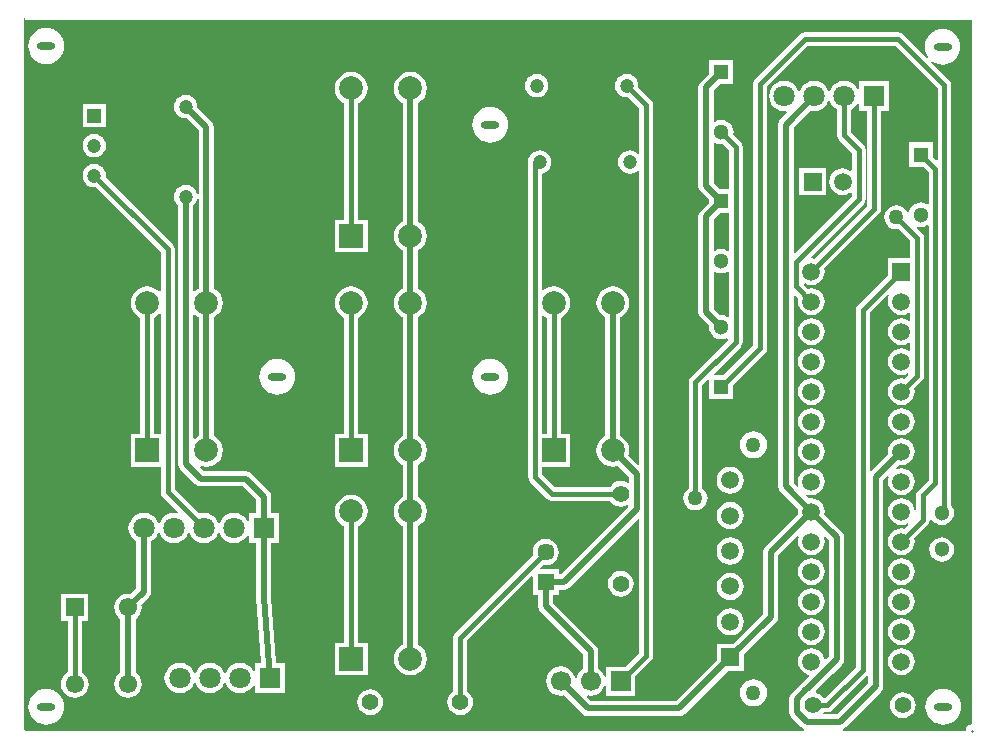
<source format=gbr>
%TF.GenerationSoftware,Altium Limited,Altium Designer,20.2.7 (254)*%
G04 Layer_Physical_Order=1*
G04 Layer_Color=255*
%FSLAX26Y26*%
%MOIN*%
%TF.SameCoordinates,9B8E3E2B-FE8D-437B-BC4F-748A5F5A7EBC*%
%TF.FilePolarity,Positive*%
%TF.FileFunction,Copper,L1,Top,Signal*%
%TF.Part,Single*%
G01*
G75*
%TA.AperFunction,Conductor*%
%ADD10C,0.015000*%
%ADD11C,0.020000*%
%TA.AperFunction,NonConductor*%
%ADD12C,0.010000*%
%TA.AperFunction,ComponentPad*%
%ADD13C,0.070866*%
%ADD14R,0.070866X0.070866*%
%ADD15R,0.078740X0.078740*%
%ADD16C,0.078740*%
%ADD17C,0.047244*%
%ADD18R,0.057087X0.057087*%
%ADD19C,0.057087*%
%ADD20C,0.059843*%
%ADD21C,0.050000*%
%ADD22R,0.059843X0.059843*%
%ADD23C,0.051181*%
%ADD24R,0.051181X0.051181*%
%TA.AperFunction,ViaPad*%
%ADD25O,0.061024X0.023622*%
%TA.AperFunction,ComponentPad*%
%ADD26R,0.059055X0.059055*%
%ADD27C,0.059055*%
%ADD28C,0.051181*%
%ADD29C,0.055118*%
%ADD30R,0.047244X0.047244*%
%ADD31C,0.061024*%
%ADD32R,0.061024X0.061024*%
%ADD33R,0.066929X0.066929*%
%ADD34C,0.066929*%
%TA.AperFunction,ViaPad*%
%ADD35C,0.050000*%
G36*
X-5000Y2370000D02*
X3150000D01*
Y20786D01*
X3142196Y19234D01*
X3135581Y14813D01*
X3135187Y14419D01*
X3130766Y7804D01*
X3129293Y394D01*
X2720817D01*
X2720324Y5394D01*
X2721423Y5612D01*
X2729692Y11138D01*
X2848024Y129470D01*
X2853550Y137739D01*
X2855490Y147494D01*
Y834442D01*
X2868706Y847658D01*
X2872945Y844826D01*
X2871619Y841624D01*
X2870088Y830000D01*
X2871619Y818376D01*
X2876105Y807544D01*
X2883243Y798243D01*
X2892544Y791105D01*
X2903376Y786619D01*
X2915000Y785088D01*
X2926624Y786619D01*
X2937456Y791105D01*
X2946757Y798243D01*
X2953895Y807544D01*
X2958381Y818376D01*
X2959912Y830000D01*
X2958381Y841624D01*
X2953895Y852456D01*
X2946757Y861757D01*
X2937456Y868895D01*
X2926624Y873381D01*
X2915000Y874912D01*
X2903376Y873381D01*
X2900174Y872055D01*
X2897342Y876294D01*
X2907168Y886120D01*
X2915000Y885088D01*
X2926624Y886619D01*
X2937456Y891105D01*
X2946757Y898243D01*
X2953895Y907544D01*
X2958381Y918376D01*
X2959912Y930000D01*
X2958381Y941624D01*
X2953895Y952456D01*
X2946757Y961757D01*
X2937456Y968895D01*
X2926624Y973381D01*
X2915000Y974912D01*
X2903376Y973381D01*
X2892544Y968895D01*
X2883243Y961757D01*
X2876105Y952456D01*
X2871619Y941624D01*
X2870088Y930000D01*
X2871119Y922168D01*
X2814941Y865989D01*
X2809941Y868060D01*
Y1392498D01*
X2871255Y1453812D01*
X2875494Y1450979D01*
X2871619Y1441624D01*
X2870088Y1430000D01*
X2871619Y1418376D01*
X2876105Y1407544D01*
X2883243Y1398243D01*
X2892544Y1391105D01*
X2903376Y1386619D01*
X2915000Y1385088D01*
X2926624Y1386619D01*
X2937456Y1391105D01*
X2940575Y1393499D01*
X2945059Y1391287D01*
Y1368713D01*
X2940575Y1366501D01*
X2937456Y1368895D01*
X2926624Y1373381D01*
X2915000Y1374912D01*
X2903376Y1373381D01*
X2892544Y1368895D01*
X2883243Y1361757D01*
X2876105Y1352456D01*
X2871619Y1341624D01*
X2870088Y1330000D01*
X2871619Y1318376D01*
X2876105Y1307544D01*
X2883243Y1298243D01*
X2892544Y1291105D01*
X2903376Y1286619D01*
X2915000Y1285088D01*
X2926624Y1286619D01*
X2937456Y1291105D01*
X2940575Y1293499D01*
X2945059Y1291287D01*
Y1268713D01*
X2940575Y1266501D01*
X2937456Y1268895D01*
X2926624Y1273381D01*
X2915000Y1274912D01*
X2903376Y1273381D01*
X2892544Y1268895D01*
X2883243Y1261757D01*
X2876105Y1252456D01*
X2871619Y1241624D01*
X2870088Y1230000D01*
X2871619Y1218376D01*
X2876105Y1207544D01*
X2883243Y1198243D01*
X2892544Y1191105D01*
X2903376Y1186619D01*
X2915000Y1185088D01*
X2926624Y1186619D01*
X2935979Y1190494D01*
X2938812Y1186255D01*
X2926018Y1173461D01*
X2915000Y1174912D01*
X2903376Y1173381D01*
X2892544Y1168895D01*
X2883243Y1161757D01*
X2876105Y1152456D01*
X2871619Y1141624D01*
X2870088Y1130000D01*
X2871619Y1118376D01*
X2876105Y1107544D01*
X2883243Y1098243D01*
X2892544Y1091105D01*
X2903376Y1086619D01*
X2915000Y1085088D01*
X2926624Y1086619D01*
X2937456Y1091105D01*
X2946757Y1098243D01*
X2953895Y1107544D01*
X2958381Y1118376D01*
X2959912Y1130000D01*
X2958461Y1141018D01*
X2984222Y1166778D01*
X2989195Y1174221D01*
X2990941Y1183000D01*
Y1642000D01*
X2989195Y1650779D01*
X2984222Y1658222D01*
X2965985Y1676458D01*
X2968817Y1680697D01*
X2969404Y1680454D01*
X2980000Y1679059D01*
X2990596Y1680454D01*
X3000470Y1684544D01*
X3001575Y1685392D01*
X3006059Y1683180D01*
Y835502D01*
X2970778Y800222D01*
X2965805Y792779D01*
X2964059Y784000D01*
Y736803D01*
X2959059Y736476D01*
X2958381Y741624D01*
X2953895Y752456D01*
X2946757Y761757D01*
X2937456Y768895D01*
X2926624Y773381D01*
X2915000Y774912D01*
X2903376Y773381D01*
X2892544Y768895D01*
X2883243Y761757D01*
X2876105Y752456D01*
X2871619Y741624D01*
X2870088Y730000D01*
X2871619Y718376D01*
X2876105Y707544D01*
X2883243Y698243D01*
X2892544Y691105D01*
X2903376Y686619D01*
X2915000Y685088D01*
X2926624Y686619D01*
X2935979Y690494D01*
X2938812Y686255D01*
X2926018Y673461D01*
X2915000Y674912D01*
X2903376Y673381D01*
X2892544Y668895D01*
X2883243Y661757D01*
X2876105Y652456D01*
X2871619Y641624D01*
X2870088Y630000D01*
X2871619Y618376D01*
X2876105Y607544D01*
X2883243Y598243D01*
X2892544Y591105D01*
X2903376Y586619D01*
X2915000Y585088D01*
X2926624Y586619D01*
X2937456Y591105D01*
X2946757Y598243D01*
X2953895Y607544D01*
X2958381Y618376D01*
X2959912Y630000D01*
X2958461Y641018D01*
X3003222Y685778D01*
X3008195Y693221D01*
X3009941Y702000D01*
Y703624D01*
X3013184Y704984D01*
X3014941Y705037D01*
X3021050Y697074D01*
X3029530Y690568D01*
X3039404Y686478D01*
X3050000Y685083D01*
X3060596Y686478D01*
X3070470Y690568D01*
X3078950Y697074D01*
X3085456Y705554D01*
X3089546Y715428D01*
X3090941Y726024D01*
X3089546Y736620D01*
X3085456Y746494D01*
X3081941Y751075D01*
Y2151000D01*
X3080195Y2159779D01*
X3075222Y2167222D01*
X3013310Y2229134D01*
X3016671Y2232843D01*
X3019652Y2230397D01*
X3029966Y2224884D01*
X3041157Y2221489D01*
X3052796Y2220343D01*
X3064435Y2221489D01*
X3075626Y2224884D01*
X3085940Y2230397D01*
X3094980Y2237816D01*
X3102399Y2246856D01*
X3107912Y2257170D01*
X3111307Y2268361D01*
X3112453Y2280000D01*
X3111307Y2291639D01*
X3107912Y2302830D01*
X3102399Y2313144D01*
X3094980Y2322184D01*
X3085940Y2329603D01*
X3075626Y2335116D01*
X3064435Y2338511D01*
X3052796Y2339657D01*
X3041157Y2338511D01*
X3029966Y2335116D01*
X3019652Y2329603D01*
X3010612Y2322184D01*
X3003193Y2313144D01*
X2997680Y2302830D01*
X2994285Y2291639D01*
X2993139Y2280000D01*
X2994285Y2268361D01*
X2997680Y2257170D01*
X3003193Y2246856D01*
X3005639Y2243875D01*
X3001930Y2240514D01*
X2921222Y2321222D01*
X2913779Y2326195D01*
X2905000Y2327941D01*
X2593000D01*
X2584221Y2326195D01*
X2576778Y2321222D01*
X2428778Y2173222D01*
X2423805Y2165779D01*
X2422059Y2157000D01*
Y1284502D01*
X2323147Y1185591D01*
X2292567D01*
X2290653Y1190210D01*
X2380222Y1279778D01*
X2385195Y1287221D01*
X2386941Y1296000D01*
Y1946000D01*
X2385195Y1954779D01*
X2380222Y1962222D01*
X2354952Y1987491D01*
X2355941Y1995000D01*
X2354546Y2005596D01*
X2350456Y2015470D01*
X2343950Y2023949D01*
X2335470Y2030456D01*
X2325596Y2034546D01*
X2315000Y2035941D01*
X2304404Y2034546D01*
X2294530Y2030456D01*
X2293974Y2030030D01*
X2289490Y2032241D01*
Y2133442D01*
X2310457Y2154410D01*
X2355590D01*
Y2235590D01*
X2274410D01*
Y2190457D01*
X2245976Y2162024D01*
X2240450Y2153755D01*
X2238510Y2144000D01*
Y1816000D01*
X2240450Y1806245D01*
X2245976Y1797976D01*
X2274410Y1769543D01*
Y1760457D01*
X2245976Y1732024D01*
X2240450Y1723755D01*
X2238510Y1714000D01*
Y1396000D01*
X2240450Y1386245D01*
X2245976Y1377976D01*
X2274628Y1349324D01*
X2274059Y1345000D01*
X2275454Y1334404D01*
X2279544Y1324530D01*
X2286050Y1316051D01*
X2294530Y1309544D01*
X2304404Y1305454D01*
X2315000Y1304059D01*
X2325596Y1305454D01*
X2333548Y1308748D01*
X2338150Y1306740D01*
X2338945Y1305908D01*
X2339228Y1303671D01*
X2212778Y1177222D01*
X2207805Y1169779D01*
X2206059Y1161000D01*
Y807816D01*
X2200472Y803528D01*
X2194060Y795173D01*
X2190030Y785442D01*
X2188655Y775000D01*
X2190030Y764558D01*
X2194060Y754827D01*
X2200472Y746472D01*
X2208827Y740060D01*
X2218558Y736029D01*
X2229000Y734655D01*
X2239442Y736029D01*
X2249173Y740060D01*
X2257528Y746472D01*
X2263940Y754827D01*
X2267970Y764558D01*
X2269345Y775000D01*
X2267970Y785442D01*
X2263940Y795173D01*
X2257528Y803528D01*
X2251941Y807816D01*
Y1151498D01*
X2269790Y1169347D01*
X2274410Y1167433D01*
Y1104409D01*
X2355590D01*
Y1153147D01*
X2461222Y1258778D01*
X2466195Y1266221D01*
X2467941Y1275000D01*
Y2147498D01*
X2602502Y2282059D01*
X2895498D01*
X3036059Y2141498D01*
Y1902917D01*
X3031440Y1901003D01*
X3020590Y1911853D01*
Y1960591D01*
X2939410D01*
Y1879409D01*
X2988147D01*
X3006059Y1861498D01*
Y1756820D01*
X3001575Y1754608D01*
X3000470Y1755456D01*
X2990596Y1759546D01*
X2980000Y1760941D01*
X2969404Y1759546D01*
X2959530Y1755456D01*
X2951050Y1748949D01*
X2944544Y1740470D01*
X2940454Y1730596D01*
X2940246Y1729014D01*
X2935114Y1728339D01*
X2933940Y1731173D01*
X2927528Y1739528D01*
X2919173Y1745940D01*
X2909442Y1749970D01*
X2899000Y1751345D01*
X2888558Y1749970D01*
X2878827Y1745940D01*
X2870472Y1739528D01*
X2864060Y1731173D01*
X2860030Y1721442D01*
X2858655Y1711000D01*
X2860030Y1700558D01*
X2864060Y1690827D01*
X2870472Y1682472D01*
X2878827Y1676060D01*
X2888558Y1672030D01*
X2899000Y1670655D01*
X2905983Y1671574D01*
X2945059Y1632498D01*
Y1574527D01*
X2870472D01*
Y1517916D01*
X2770778Y1418222D01*
X2765805Y1410779D01*
X2764059Y1402000D01*
Y213204D01*
X2660395Y109540D01*
X2654583Y109841D01*
X2650353Y115353D01*
X2641463Y122175D01*
X2631110Y126463D01*
X2630908Y126490D01*
X2629301Y131225D01*
X2655352Y157276D01*
X2655610Y157448D01*
X2687552Y189390D01*
X2687724Y189648D01*
X2718024Y219948D01*
X2723550Y228218D01*
X2725490Y237972D01*
Y645000D01*
X2723550Y654755D01*
X2718024Y663024D01*
X2658881Y722168D01*
X2659912Y730000D01*
X2658381Y741624D01*
X2653895Y752456D01*
X2646757Y761757D01*
X2637456Y768895D01*
X2626624Y773381D01*
X2615000Y774912D01*
X2607168Y773880D01*
X2597342Y783706D01*
X2600174Y787945D01*
X2603376Y786619D01*
X2615000Y785088D01*
X2626624Y786619D01*
X2637456Y791105D01*
X2646757Y798243D01*
X2653895Y807544D01*
X2658381Y818376D01*
X2659912Y830000D01*
X2658381Y841624D01*
X2653895Y852456D01*
X2646757Y861757D01*
X2637456Y868895D01*
X2626624Y873381D01*
X2615000Y874912D01*
X2603376Y873381D01*
X2592544Y868895D01*
X2583243Y861757D01*
X2576105Y852456D01*
X2571619Y841624D01*
X2570088Y830000D01*
X2571619Y818376D01*
X2572945Y815174D01*
X2568706Y812342D01*
X2555962Y825086D01*
Y1450062D01*
X2560581Y1451976D01*
X2571539Y1441018D01*
X2570088Y1430000D01*
X2571619Y1418376D01*
X2576105Y1407544D01*
X2583243Y1398243D01*
X2592544Y1391105D01*
X2603376Y1386619D01*
X2615000Y1385088D01*
X2626624Y1386619D01*
X2637456Y1391105D01*
X2646757Y1398243D01*
X2653895Y1407544D01*
X2658381Y1418376D01*
X2659912Y1430000D01*
X2658381Y1441624D01*
X2653895Y1452456D01*
X2646757Y1461757D01*
X2637456Y1468895D01*
X2626624Y1473381D01*
X2615000Y1474912D01*
X2603982Y1473461D01*
X2591188Y1486255D01*
X2594021Y1490494D01*
X2603376Y1486619D01*
X2615000Y1485088D01*
X2626624Y1486619D01*
X2637456Y1491105D01*
X2646757Y1498243D01*
X2653895Y1507544D01*
X2658381Y1518376D01*
X2659912Y1530000D01*
X2658461Y1541018D01*
X2841222Y1723778D01*
X2846195Y1731221D01*
X2847941Y1740000D01*
Y2064567D01*
X2875433D01*
Y2165433D01*
X2774567D01*
Y2140188D01*
X2769567Y2139194D01*
X2769053Y2140434D01*
X2760969Y2150969D01*
X2750434Y2159053D01*
X2738166Y2164135D01*
X2725000Y2165868D01*
X2711834Y2164135D01*
X2699566Y2159053D01*
X2689031Y2150969D01*
X2680947Y2140434D01*
X2677706Y2132610D01*
X2672294D01*
X2669053Y2140434D01*
X2660969Y2150969D01*
X2650434Y2159053D01*
X2638166Y2164135D01*
X2625000Y2165868D01*
X2611834Y2164135D01*
X2599566Y2159053D01*
X2589031Y2150969D01*
X2580947Y2140434D01*
X2577706Y2132610D01*
X2572294D01*
X2569053Y2140434D01*
X2560969Y2150969D01*
X2550434Y2159053D01*
X2538166Y2164135D01*
X2525000Y2165868D01*
X2511834Y2164135D01*
X2499566Y2159053D01*
X2489031Y2150969D01*
X2480947Y2140434D01*
X2475865Y2128166D01*
X2474132Y2115000D01*
X2475865Y2101834D01*
X2480947Y2089566D01*
X2489031Y2079031D01*
X2499566Y2070947D01*
X2511834Y2065865D01*
X2525000Y2064132D01*
X2531924Y2065043D01*
X2534260Y2060308D01*
X2512448Y2038496D01*
X2506923Y2030226D01*
X2504982Y2020472D01*
Y814528D01*
X2506923Y804774D01*
X2512448Y796504D01*
X2571119Y737832D01*
X2570088Y730000D01*
X2571119Y722168D01*
X2461976Y613024D01*
X2456450Y604755D01*
X2454510Y595000D01*
Y390008D01*
X2353873Y289371D01*
X2300079D01*
Y235577D01*
X2163992Y99490D01*
X1881558D01*
X1868454Y112594D01*
X1870789Y117330D01*
X1880000Y116117D01*
X1892652Y117783D01*
X1904441Y122666D01*
X1914565Y130435D01*
X1922334Y140559D01*
X1926535Y150703D01*
X1931535Y149708D01*
Y116535D01*
X2028465D01*
Y181021D01*
X2081282Y233838D01*
X2086255Y241281D01*
X2088001Y250060D01*
Y2084940D01*
X2086255Y2093719D01*
X2081282Y2101162D01*
X2038198Y2144245D01*
X2038955Y2150000D01*
X2037628Y2160082D01*
X2033736Y2169478D01*
X2027546Y2177546D01*
X2019478Y2183736D01*
X2010082Y2187628D01*
X2000000Y2188955D01*
X1989918Y2187628D01*
X1980522Y2183736D01*
X1972454Y2177546D01*
X1966264Y2169478D01*
X1962372Y2160082D01*
X1961045Y2150000D01*
X1962372Y2139918D01*
X1966264Y2130522D01*
X1972454Y2122454D01*
X1980522Y2116264D01*
X1989918Y2112372D01*
X2000000Y2111045D01*
X2005755Y2111802D01*
X2042119Y2075438D01*
Y1924098D01*
X2040455Y1923533D01*
X2037119Y1922873D01*
X2029478Y1928736D01*
X2020082Y1932628D01*
X2010000Y1933955D01*
X1999918Y1932628D01*
X1990522Y1928736D01*
X1982454Y1922546D01*
X1976264Y1914478D01*
X1972372Y1905082D01*
X1971045Y1895000D01*
X1972372Y1884918D01*
X1976264Y1875522D01*
X1982454Y1867454D01*
X1990522Y1861264D01*
X1999918Y1857372D01*
X2010000Y1856045D01*
X2020082Y1857372D01*
X2029478Y1861264D01*
X2037119Y1867127D01*
X2040455Y1866467D01*
X2042119Y1865902D01*
Y887824D01*
X2037500Y885910D01*
X2005597Y917813D01*
X2006397Y919742D01*
X2008265Y933936D01*
X2006397Y948130D01*
X2000918Y961356D01*
X1992203Y972713D01*
X1980846Y981428D01*
X1978916Y982228D01*
Y1377770D01*
X1980846Y1378570D01*
X1992203Y1387285D01*
X2000918Y1398642D01*
X2006397Y1411869D01*
X2008265Y1426062D01*
X2006397Y1440255D01*
X2000918Y1453482D01*
X1992203Y1464839D01*
X1980846Y1473554D01*
X1967620Y1479033D01*
X1953426Y1480901D01*
X1939233Y1479033D01*
X1926006Y1473554D01*
X1914649Y1464839D01*
X1905934Y1453482D01*
X1900455Y1440255D01*
X1898587Y1426062D01*
X1900455Y1411869D01*
X1905934Y1398642D01*
X1914649Y1387285D01*
X1926006Y1378570D01*
X1927936Y1377770D01*
Y982228D01*
X1926006Y981428D01*
X1914649Y972713D01*
X1905934Y961356D01*
X1900455Y948130D01*
X1898587Y933936D01*
X1900455Y919742D01*
X1905934Y906516D01*
X1914649Y895159D01*
X1926006Y886444D01*
X1939233Y880965D01*
X1953426Y879097D01*
X1967620Y880965D01*
X1969549Y881765D01*
X2007070Y844244D01*
Y828525D01*
X2002586Y826314D01*
X2001463Y827175D01*
X1991110Y831463D01*
X1980000Y832926D01*
X1968890Y831463D01*
X1958537Y827175D01*
X1949647Y820353D01*
X1943959Y812941D01*
X1759502D01*
X1716941Y855502D01*
Y879566D01*
X1810946D01*
Y988306D01*
X1779517D01*
Y1376715D01*
X1783996Y1378570D01*
X1795353Y1387285D01*
X1804068Y1398642D01*
X1809547Y1411869D01*
X1811415Y1426062D01*
X1809547Y1440255D01*
X1804068Y1453482D01*
X1795353Y1464839D01*
X1783996Y1473554D01*
X1770770Y1479033D01*
X1756576Y1480901D01*
X1742382Y1479033D01*
X1729156Y1473554D01*
X1721941Y1468017D01*
X1716941Y1470483D01*
Y1856958D01*
X1720082Y1857372D01*
X1729478Y1861264D01*
X1737546Y1867454D01*
X1743736Y1875522D01*
X1747628Y1884918D01*
X1748955Y1895000D01*
X1747628Y1905082D01*
X1743736Y1914478D01*
X1737546Y1922546D01*
X1729478Y1928736D01*
X1720082Y1932628D01*
X1710000Y1933955D01*
X1699918Y1932628D01*
X1690522Y1928736D01*
X1682454Y1922546D01*
X1676264Y1914478D01*
X1672372Y1905082D01*
X1671045Y1895000D01*
X1671059Y1894890D01*
Y846000D01*
X1672805Y837221D01*
X1677778Y829778D01*
X1733778Y773778D01*
X1741221Y768805D01*
X1750000Y767059D01*
X1943959D01*
X1949647Y759647D01*
X1958537Y752825D01*
X1968890Y748537D01*
X1980000Y747074D01*
X1991110Y748537D01*
X2000633Y752481D01*
X2003692Y751216D01*
X2005670Y749789D01*
X2005988Y746916D01*
X1779562Y520490D01*
X1773543D01*
Y538543D01*
X1712519D01*
X1710606Y543163D01*
X1719859Y552416D01*
X1730000Y551081D01*
X1741367Y552577D01*
X1751959Y556965D01*
X1761055Y563945D01*
X1768035Y573040D01*
X1772422Y583633D01*
X1773919Y595000D01*
X1772422Y606367D01*
X1768035Y616960D01*
X1761055Y626055D01*
X1751959Y633035D01*
X1741367Y637423D01*
X1730000Y638919D01*
X1718633Y637423D01*
X1708040Y633035D01*
X1698944Y626055D01*
X1691965Y616960D01*
X1687577Y606367D01*
X1686081Y595000D01*
X1687416Y584859D01*
X1428778Y326222D01*
X1423805Y318779D01*
X1422059Y310000D01*
Y131041D01*
X1414647Y125353D01*
X1407825Y116463D01*
X1403536Y106110D01*
X1402074Y95000D01*
X1403536Y83890D01*
X1407825Y73537D01*
X1414647Y64647D01*
X1423537Y57825D01*
X1433890Y53536D01*
X1445000Y52074D01*
X1456110Y53536D01*
X1466463Y57825D01*
X1475353Y64647D01*
X1482175Y73537D01*
X1486464Y83890D01*
X1487926Y95000D01*
X1486464Y106110D01*
X1482175Y116463D01*
X1475353Y125353D01*
X1467941Y131041D01*
Y300498D01*
X1681837Y514394D01*
X1686457Y512480D01*
Y451457D01*
X1704510D01*
Y415000D01*
X1706450Y405245D01*
X1711976Y396976D01*
X1854510Y254442D01*
Y206529D01*
X1845435Y199565D01*
X1837666Y189441D01*
X1832783Y177652D01*
X1832522Y175667D01*
X1827478D01*
X1827217Y177652D01*
X1822334Y189441D01*
X1814565Y199565D01*
X1804441Y207334D01*
X1792652Y212217D01*
X1780000Y213883D01*
X1767348Y212217D01*
X1755559Y207334D01*
X1745435Y199565D01*
X1737666Y189441D01*
X1732783Y177652D01*
X1731117Y165000D01*
X1732783Y152348D01*
X1737666Y140559D01*
X1745435Y130435D01*
X1755559Y122666D01*
X1767348Y117783D01*
X1780000Y116117D01*
X1791342Y117610D01*
X1852976Y55976D01*
X1861245Y50450D01*
X1871000Y48510D01*
X2174550D01*
X2184305Y50450D01*
X2192574Y55976D01*
X2336127Y199529D01*
X2389921D01*
Y253323D01*
X2498024Y361426D01*
X2503550Y369695D01*
X2505490Y379450D01*
Y584442D01*
X2568706Y647658D01*
X2572945Y644826D01*
X2571619Y641624D01*
X2570088Y630000D01*
X2571619Y618376D01*
X2576105Y607544D01*
X2583243Y598243D01*
X2592544Y591105D01*
X2603376Y586619D01*
X2615000Y585088D01*
X2626624Y586619D01*
X2637456Y591105D01*
X2646757Y598243D01*
X2653895Y607544D01*
X2658381Y618376D01*
X2659912Y630000D01*
X2658381Y641624D01*
X2657055Y644826D01*
X2661294Y647658D01*
X2674510Y634442D01*
Y248530D01*
X2663451Y237471D01*
X2658716Y239078D01*
X2658381Y241624D01*
X2653895Y252456D01*
X2646757Y261757D01*
X2637456Y268895D01*
X2626624Y273381D01*
X2615000Y274912D01*
X2603376Y273381D01*
X2592544Y268895D01*
X2583243Y261757D01*
X2576105Y252456D01*
X2571619Y241624D01*
X2570088Y230000D01*
X2571619Y218376D01*
X2576105Y207544D01*
X2583243Y198243D01*
X2592544Y191105D01*
X2603376Y186619D01*
X2605922Y186284D01*
X2607529Y181549D01*
X2584297Y158317D01*
X2580205Y155583D01*
X2549417Y124795D01*
X2543891Y116525D01*
X2543569Y114904D01*
X2543450Y114727D01*
X2541510Y104972D01*
Y62162D01*
X2543450Y52407D01*
X2548976Y44138D01*
X2581976Y11138D01*
X2590245Y5612D01*
X2591344Y5394D01*
X2590851Y394D01*
X-4606D01*
X-5000Y0D01*
X-10000Y5000D01*
Y2375000D01*
X-5000D01*
Y2370000D01*
D02*
G37*
G36*
X2680947Y2089566D02*
X2689031Y2079031D01*
X2699566Y2070947D01*
X2702059Y2069914D01*
Y1984000D01*
X2703805Y1975221D01*
X2708778Y1967778D01*
X2750059Y1926498D01*
Y1868713D01*
X2745575Y1866501D01*
X2742456Y1868895D01*
X2731624Y1873381D01*
X2720000Y1874912D01*
X2708376Y1873381D01*
X2697544Y1868895D01*
X2688243Y1861757D01*
X2681105Y1852456D01*
X2676619Y1841624D01*
X2675088Y1830000D01*
X2676619Y1818376D01*
X2681105Y1807544D01*
X2688243Y1798243D01*
X2697544Y1791105D01*
X2708376Y1786619D01*
X2720000Y1785088D01*
X2731624Y1786619D01*
X2742456Y1791105D01*
X2745575Y1793499D01*
X2750059Y1791287D01*
Y1781502D01*
X2560581Y1592024D01*
X2555962Y1593938D01*
Y2009914D01*
X2611904Y2065856D01*
X2625000Y2064132D01*
X2638166Y2065865D01*
X2650434Y2070947D01*
X2660969Y2079031D01*
X2669053Y2089566D01*
X2672294Y2097390D01*
X2677706D01*
X2680947Y2089566D01*
D02*
G37*
G36*
X2294530Y1959544D02*
X2304404Y1955454D01*
X2315000Y1954059D01*
X2322509Y1955048D01*
X2341059Y1936498D01*
Y1805591D01*
X2310457D01*
X2289490Y1826558D01*
Y1957759D01*
X2293974Y1959970D01*
X2294530Y1959544D01*
D02*
G37*
G36*
X2341059Y1601820D02*
X2336575Y1599608D01*
X2335470Y1600456D01*
X2325596Y1604546D01*
X2315000Y1605941D01*
X2304404Y1604546D01*
X2294530Y1600456D01*
X2293974Y1600030D01*
X2289490Y1602241D01*
Y1703442D01*
X2310457Y1724409D01*
X2341059D01*
Y1601820D01*
D02*
G37*
G36*
X2774567Y2089812D02*
Y2064567D01*
X2802059D01*
Y1749502D01*
X2626018Y1573461D01*
X2615376Y1574862D01*
X2614201Y1576533D01*
X2612805Y1579362D01*
X2789222Y1755778D01*
X2794195Y1763221D01*
X2795941Y1772000D01*
Y1936000D01*
X2794195Y1944779D01*
X2789222Y1952222D01*
X2747941Y1993502D01*
Y2069914D01*
X2750434Y2070947D01*
X2760969Y2079031D01*
X2769053Y2089566D01*
X2769567Y2090806D01*
X2774567Y2089812D01*
D02*
G37*
G36*
X2341059Y1528180D02*
Y1381820D01*
X2336575Y1379608D01*
X2335470Y1380456D01*
X2325596Y1384546D01*
X2315000Y1385941D01*
X2310676Y1385372D01*
X2289490Y1406558D01*
Y1527759D01*
X2293974Y1529970D01*
X2294530Y1529544D01*
X2304404Y1525454D01*
X2315000Y1524059D01*
X2325596Y1525454D01*
X2335470Y1529544D01*
X2336575Y1530392D01*
X2341059Y1528180D01*
D02*
G37*
G36*
X1729156Y1378570D02*
X1733635Y1376715D01*
Y988306D01*
X1716941D01*
Y1381641D01*
X1721941Y1384107D01*
X1729156Y1378570D01*
D02*
G37*
G36*
X2042119Y704418D02*
Y259562D01*
X1996021Y213464D01*
X1931535D01*
Y180292D01*
X1926535Y179297D01*
X1922334Y189441D01*
X1914565Y199565D01*
X1905490Y206529D01*
Y265000D01*
X1903550Y274755D01*
X1898024Y283024D01*
X1755490Y425558D01*
Y451457D01*
X1773543D01*
Y469510D01*
X1790120D01*
X1799874Y471450D01*
X1808144Y476976D01*
X2037500Y706332D01*
X2042119Y704418D01*
D02*
G37*
G36*
X2804510Y181698D02*
Y158052D01*
X2701110Y54652D01*
X2658291D01*
X2655771Y59553D01*
X2657472Y62059D01*
X2668298D01*
X2677077Y63806D01*
X2684520Y68778D01*
X2799510Y183769D01*
X2804510Y181698D01*
D02*
G37*
%LPC*%
G36*
X65000Y2341861D02*
X53361Y2340715D01*
X42170Y2337320D01*
X31856Y2331807D01*
X22816Y2324388D01*
X15397Y2315348D01*
X9884Y2305034D01*
X6489Y2293843D01*
X5343Y2282204D01*
X6489Y2270565D01*
X9884Y2259374D01*
X15397Y2249060D01*
X22816Y2240020D01*
X31856Y2232601D01*
X42170Y2227088D01*
X53361Y2223693D01*
X65000Y2222547D01*
X76639Y2223693D01*
X87830Y2227088D01*
X98144Y2232601D01*
X107184Y2240020D01*
X114603Y2249060D01*
X120116Y2259374D01*
X123511Y2270565D01*
X124657Y2282204D01*
X123511Y2293843D01*
X120116Y2305034D01*
X114603Y2315348D01*
X107184Y2324388D01*
X98144Y2331807D01*
X87830Y2337320D01*
X76639Y2340715D01*
X65000Y2341861D01*
D02*
G37*
G36*
X1700000Y2188955D02*
X1689918Y2187628D01*
X1680522Y2183736D01*
X1672454Y2177546D01*
X1666264Y2169478D01*
X1662372Y2160082D01*
X1661045Y2150000D01*
X1662372Y2139918D01*
X1666264Y2130522D01*
X1672454Y2122454D01*
X1680522Y2116264D01*
X1689918Y2112372D01*
X1700000Y2111045D01*
X1710082Y2112372D01*
X1719478Y2116264D01*
X1727546Y2122454D01*
X1733736Y2130522D01*
X1737628Y2139918D01*
X1738955Y2150000D01*
X1737628Y2160082D01*
X1733736Y2169478D01*
X1727546Y2177546D01*
X1719478Y2183736D01*
X1710082Y2187628D01*
X1700000Y2188955D01*
D02*
G37*
G36*
X263622Y2088622D02*
X186378D01*
Y2011378D01*
X263622D01*
Y2088622D01*
D02*
G37*
G36*
X1545000Y2079657D02*
X1533361Y2078511D01*
X1522170Y2075116D01*
X1511856Y2069603D01*
X1502816Y2062184D01*
X1495397Y2053144D01*
X1489884Y2042830D01*
X1486489Y2031639D01*
X1485343Y2020000D01*
X1486489Y2008361D01*
X1489884Y1997170D01*
X1495397Y1986856D01*
X1502816Y1977816D01*
X1511856Y1970397D01*
X1522170Y1964884D01*
X1533361Y1961489D01*
X1545000Y1960343D01*
X1556639Y1961489D01*
X1567830Y1964884D01*
X1578144Y1970397D01*
X1587184Y1977816D01*
X1594603Y1986856D01*
X1600116Y1997170D01*
X1603511Y2008361D01*
X1604657Y2020000D01*
X1603511Y2031639D01*
X1600116Y2042830D01*
X1594603Y2053144D01*
X1587184Y2062184D01*
X1578144Y2069603D01*
X1567830Y2075116D01*
X1556639Y2078511D01*
X1545000Y2079657D01*
D02*
G37*
G36*
X225000Y1988955D02*
X214918Y1987628D01*
X205522Y1983736D01*
X197454Y1977546D01*
X191264Y1969478D01*
X187372Y1960082D01*
X186045Y1950000D01*
X187372Y1939918D01*
X191264Y1930522D01*
X197454Y1922454D01*
X205522Y1916264D01*
X214918Y1912372D01*
X225000Y1911045D01*
X235082Y1912372D01*
X244478Y1916264D01*
X252546Y1922454D01*
X258736Y1930522D01*
X262628Y1939918D01*
X263955Y1950000D01*
X262628Y1960082D01*
X258736Y1969478D01*
X252546Y1977546D01*
X244478Y1983736D01*
X235082Y1987628D01*
X225000Y1988955D01*
D02*
G37*
G36*
X530000Y2118955D02*
X519918Y2117628D01*
X510522Y2113736D01*
X502454Y2107546D01*
X496264Y2099478D01*
X492372Y2090082D01*
X491045Y2080000D01*
X492372Y2069918D01*
X496264Y2060522D01*
X502454Y2052454D01*
X510522Y2046264D01*
X519918Y2042372D01*
X530000Y2041045D01*
X532569Y2041383D01*
X572936Y2001016D01*
Y1788069D01*
X567936Y1787741D01*
X567628Y1790082D01*
X563736Y1799478D01*
X557546Y1807546D01*
X549478Y1813736D01*
X540082Y1817628D01*
X530000Y1818955D01*
X519918Y1817628D01*
X510522Y1813736D01*
X502454Y1807546D01*
X496264Y1799478D01*
X492372Y1790082D01*
X491045Y1780000D01*
X492372Y1769918D01*
X496264Y1760522D01*
X502454Y1752454D01*
X504510Y1750877D01*
Y890000D01*
X506450Y880246D01*
X511976Y871976D01*
X561976Y821976D01*
X570245Y816451D01*
X580000Y814510D01*
X719442D01*
X764510Y769442D01*
Y725433D01*
X739567D01*
Y700188D01*
X734567Y699194D01*
X734053Y700434D01*
X725969Y710969D01*
X715434Y719053D01*
X703166Y724135D01*
X690000Y725868D01*
X676834Y724135D01*
X664566Y719053D01*
X654031Y710969D01*
X645947Y700434D01*
X642706Y692610D01*
X637294D01*
X634053Y700434D01*
X625969Y710969D01*
X615434Y719053D01*
X603166Y724135D01*
X590000Y725868D01*
X576834Y724135D01*
X574341Y723102D01*
X492941Y804502D01*
Y1605000D01*
X491195Y1613779D01*
X486222Y1621222D01*
X263198Y1844245D01*
X263955Y1850000D01*
X262628Y1860082D01*
X258736Y1869478D01*
X252546Y1877546D01*
X244478Y1883736D01*
X235082Y1887628D01*
X225000Y1888955D01*
X214918Y1887628D01*
X205522Y1883736D01*
X197454Y1877546D01*
X191264Y1869478D01*
X187372Y1860082D01*
X186045Y1850000D01*
X187372Y1839918D01*
X191264Y1830522D01*
X197454Y1822454D01*
X205522Y1816264D01*
X214918Y1812372D01*
X225000Y1811045D01*
X230755Y1811802D01*
X447059Y1595498D01*
Y1463879D01*
X442325Y1462272D01*
X440353Y1464841D01*
X428996Y1473556D01*
X415769Y1479035D01*
X401576Y1480903D01*
X387382Y1479035D01*
X374156Y1473556D01*
X362799Y1464841D01*
X354084Y1453484D01*
X348605Y1440257D01*
X346737Y1426064D01*
X348605Y1411870D01*
X354084Y1398644D01*
X362799Y1387287D01*
X374156Y1378572D01*
X378635Y1376717D01*
Y988308D01*
X347206D01*
Y879568D01*
X447059D01*
Y795000D01*
X448805Y786221D01*
X453778Y778778D01*
X503411Y729146D01*
X501076Y724410D01*
X490000Y725868D01*
X476834Y724135D01*
X464566Y719053D01*
X454031Y710969D01*
X445947Y700434D01*
X442706Y692610D01*
X437294D01*
X434053Y700434D01*
X425969Y710969D01*
X415434Y719053D01*
X403166Y724135D01*
X390000Y725868D01*
X376834Y724135D01*
X364566Y719053D01*
X354031Y710969D01*
X345947Y700434D01*
X340865Y688166D01*
X339132Y675000D01*
X340865Y661834D01*
X345947Y649566D01*
X354031Y639031D01*
X364510Y630990D01*
Y474298D01*
X345876Y455664D01*
X337166Y456810D01*
X325285Y455246D01*
X314214Y450661D01*
X304707Y443365D01*
X297411Y433858D01*
X292826Y422787D01*
X291262Y410906D01*
X292826Y399025D01*
X297411Y387954D01*
X304707Y378447D01*
X311676Y373099D01*
Y192807D01*
X304707Y187459D01*
X297411Y177952D01*
X292826Y166881D01*
X291262Y155000D01*
X292826Y143119D01*
X297411Y132048D01*
X304707Y122541D01*
X314214Y115246D01*
X325285Y110660D01*
X337166Y109096D01*
X349047Y110660D01*
X360118Y115246D01*
X369625Y122541D01*
X376921Y132048D01*
X381506Y143119D01*
X383070Y155000D01*
X381506Y166881D01*
X376921Y177952D01*
X369625Y187459D01*
X362656Y192807D01*
Y373099D01*
X369625Y378447D01*
X376921Y387954D01*
X381506Y399025D01*
X383070Y410906D01*
X381924Y419616D01*
X408024Y445716D01*
X413550Y453986D01*
X415490Y463740D01*
Y630990D01*
X425969Y639031D01*
X434053Y649566D01*
X437294Y657390D01*
X442706D01*
X445947Y649566D01*
X454031Y639031D01*
X464566Y630947D01*
X476834Y625865D01*
X490000Y624132D01*
X503166Y625865D01*
X515434Y630947D01*
X525969Y639031D01*
X534053Y649566D01*
X537294Y657390D01*
X542706D01*
X545947Y649566D01*
X554031Y639031D01*
X564566Y630947D01*
X576834Y625865D01*
X590000Y624132D01*
X603166Y625865D01*
X615434Y630947D01*
X625969Y639031D01*
X634053Y649566D01*
X637294Y657390D01*
X642706D01*
X645947Y649566D01*
X654031Y639031D01*
X664566Y630947D01*
X676834Y625865D01*
X690000Y624132D01*
X703166Y625865D01*
X715434Y630947D01*
X725969Y639031D01*
X734053Y649566D01*
X734567Y650806D01*
X739567Y649812D01*
Y624567D01*
X764510D01*
Y445000D01*
X764696Y444064D01*
X764580Y443117D01*
X780433Y229097D01*
X777031Y225433D01*
X759567D01*
Y200188D01*
X754567Y199194D01*
X754053Y200434D01*
X745969Y210969D01*
X735434Y219053D01*
X723166Y224135D01*
X710000Y225868D01*
X696834Y224135D01*
X684566Y219053D01*
X674031Y210969D01*
X665947Y200434D01*
X662706Y192610D01*
X657294D01*
X654053Y200434D01*
X645969Y210969D01*
X635434Y219053D01*
X623166Y224135D01*
X610000Y225868D01*
X596834Y224135D01*
X584566Y219053D01*
X574031Y210969D01*
X565947Y200434D01*
X562706Y192610D01*
X557294D01*
X554053Y200434D01*
X545969Y210969D01*
X535434Y219053D01*
X523166Y224135D01*
X510000Y225868D01*
X496834Y224135D01*
X484566Y219053D01*
X474031Y210969D01*
X465947Y200434D01*
X460865Y188166D01*
X459132Y175000D01*
X460865Y161834D01*
X465947Y149566D01*
X474031Y139031D01*
X484566Y130947D01*
X496834Y125865D01*
X510000Y124132D01*
X523166Y125865D01*
X535434Y130947D01*
X545969Y139031D01*
X554053Y149566D01*
X557294Y157390D01*
X562706D01*
X565947Y149566D01*
X574031Y139031D01*
X584566Y130947D01*
X596834Y125865D01*
X610000Y124132D01*
X623166Y125865D01*
X635434Y130947D01*
X645969Y139031D01*
X654053Y149566D01*
X657294Y157390D01*
X662706D01*
X665947Y149566D01*
X674031Y139031D01*
X684566Y130947D01*
X696834Y125865D01*
X710000Y124132D01*
X723166Y125865D01*
X735434Y130947D01*
X745969Y139031D01*
X754053Y149566D01*
X754567Y150806D01*
X759567Y149812D01*
Y124567D01*
X860433D01*
Y225433D01*
X831824D01*
X815490Y445943D01*
Y624567D01*
X840433D01*
Y725433D01*
X815490D01*
Y780000D01*
X813549Y789755D01*
X808024Y798024D01*
X748024Y858024D01*
X739755Y863549D01*
X730000Y865490D01*
X590558D01*
X577848Y878200D01*
X580681Y882438D01*
X584232Y880967D01*
X598426Y879099D01*
X612620Y880967D01*
X625846Y886446D01*
X637203Y895161D01*
X645918Y906518D01*
X651397Y919745D01*
X653265Y933938D01*
X651397Y948131D01*
X645918Y961358D01*
X637203Y972715D01*
X625846Y981430D01*
X623916Y982230D01*
Y1377772D01*
X625846Y1378572D01*
X637203Y1387287D01*
X645918Y1398644D01*
X651397Y1411870D01*
X653265Y1426064D01*
X651397Y1440257D01*
X645918Y1453484D01*
X637203Y1464841D01*
X625846Y1473556D01*
X623916Y1474356D01*
Y2011574D01*
X621976Y2021329D01*
X616450Y2029598D01*
X568617Y2077431D01*
X568955Y2080000D01*
X567628Y2090082D01*
X563736Y2099478D01*
X557546Y2107546D01*
X549478Y2113736D01*
X540082Y2117628D01*
X530000Y2118955D01*
D02*
G37*
G36*
X1081576Y2195903D02*
X1067382Y2194035D01*
X1054156Y2188556D01*
X1042799Y2179841D01*
X1034084Y2168484D01*
X1028605Y2155258D01*
X1026737Y2141064D01*
X1028605Y2126870D01*
X1034084Y2113644D01*
X1042799Y2102287D01*
X1054156Y2093572D01*
X1058635Y2091717D01*
Y1703308D01*
X1027206D01*
Y1594568D01*
X1135946D01*
Y1703308D01*
X1104517D01*
Y2091717D01*
X1108996Y2093572D01*
X1120353Y2102287D01*
X1129068Y2113644D01*
X1134547Y2126870D01*
X1136415Y2141064D01*
X1134547Y2155258D01*
X1129068Y2168484D01*
X1120353Y2179841D01*
X1108996Y2188556D01*
X1095770Y2194035D01*
X1081576Y2195903D01*
D02*
G37*
G36*
X2615000Y1374912D02*
X2603376Y1373381D01*
X2592544Y1368895D01*
X2583243Y1361757D01*
X2576105Y1352456D01*
X2571619Y1341624D01*
X2570088Y1330000D01*
X2571619Y1318376D01*
X2576105Y1307544D01*
X2583243Y1298243D01*
X2592544Y1291105D01*
X2603376Y1286619D01*
X2615000Y1285088D01*
X2626624Y1286619D01*
X2637456Y1291105D01*
X2646757Y1298243D01*
X2653895Y1307544D01*
X2658381Y1318376D01*
X2659912Y1330000D01*
X2658381Y1341624D01*
X2653895Y1352456D01*
X2646757Y1361757D01*
X2637456Y1368895D01*
X2626624Y1373381D01*
X2615000Y1374912D01*
D02*
G37*
G36*
Y1274912D02*
X2603376Y1273381D01*
X2592544Y1268895D01*
X2583243Y1261757D01*
X2576105Y1252456D01*
X2571619Y1241624D01*
X2570088Y1230000D01*
X2571619Y1218376D01*
X2576105Y1207544D01*
X2583243Y1198243D01*
X2592544Y1191105D01*
X2603376Y1186619D01*
X2615000Y1185088D01*
X2626624Y1186619D01*
X2637456Y1191105D01*
X2646757Y1198243D01*
X2653895Y1207544D01*
X2658381Y1218376D01*
X2659912Y1230000D01*
X2658381Y1241624D01*
X2653895Y1252456D01*
X2646757Y1261757D01*
X2637456Y1268895D01*
X2626624Y1273381D01*
X2615000Y1274912D01*
D02*
G37*
G36*
X1545000Y1239657D02*
X1533361Y1238511D01*
X1522170Y1235116D01*
X1511856Y1229603D01*
X1502816Y1222184D01*
X1495397Y1213144D01*
X1489884Y1202830D01*
X1486489Y1191639D01*
X1485343Y1180000D01*
X1486489Y1168361D01*
X1489884Y1157170D01*
X1495397Y1146856D01*
X1502816Y1137816D01*
X1511856Y1130397D01*
X1522170Y1124884D01*
X1533361Y1121489D01*
X1545000Y1120343D01*
X1556639Y1121489D01*
X1567830Y1124884D01*
X1578144Y1130397D01*
X1587184Y1137816D01*
X1594603Y1146856D01*
X1600116Y1157170D01*
X1603511Y1168361D01*
X1604657Y1180000D01*
X1603511Y1191639D01*
X1600116Y1202830D01*
X1594603Y1213144D01*
X1587184Y1222184D01*
X1578144Y1229603D01*
X1567830Y1235116D01*
X1556639Y1238511D01*
X1545000Y1239657D01*
D02*
G37*
G36*
X835000D02*
X823361Y1238511D01*
X812170Y1235116D01*
X801856Y1229603D01*
X792816Y1222184D01*
X785397Y1213144D01*
X779884Y1202830D01*
X776489Y1191639D01*
X775343Y1180000D01*
X776489Y1168361D01*
X779884Y1157170D01*
X785397Y1146856D01*
X792816Y1137816D01*
X801856Y1130397D01*
X812170Y1124884D01*
X823361Y1121489D01*
X835000Y1120343D01*
X846639Y1121489D01*
X857830Y1124884D01*
X868144Y1130397D01*
X877184Y1137816D01*
X884603Y1146856D01*
X890116Y1157170D01*
X893511Y1168361D01*
X894657Y1180000D01*
X893511Y1191639D01*
X890116Y1202830D01*
X884603Y1213144D01*
X877184Y1222184D01*
X868144Y1229603D01*
X857830Y1235116D01*
X846639Y1238511D01*
X835000Y1239657D01*
D02*
G37*
G36*
X2615000Y1174912D02*
X2603376Y1173381D01*
X2592544Y1168895D01*
X2583243Y1161757D01*
X2576105Y1152456D01*
X2571619Y1141624D01*
X2570088Y1130000D01*
X2571619Y1118376D01*
X2576105Y1107544D01*
X2583243Y1098243D01*
X2592544Y1091105D01*
X2603376Y1086619D01*
X2615000Y1085088D01*
X2626624Y1086619D01*
X2637456Y1091105D01*
X2646757Y1098243D01*
X2653895Y1107544D01*
X2658381Y1118376D01*
X2659912Y1130000D01*
X2658381Y1141624D01*
X2653895Y1152456D01*
X2646757Y1161757D01*
X2637456Y1168895D01*
X2626624Y1173381D01*
X2615000Y1174912D01*
D02*
G37*
G36*
X2915000Y1074912D02*
X2903376Y1073381D01*
X2892544Y1068895D01*
X2883243Y1061757D01*
X2876105Y1052456D01*
X2871619Y1041624D01*
X2870088Y1030000D01*
X2871619Y1018376D01*
X2876105Y1007544D01*
X2883243Y998243D01*
X2892544Y991105D01*
X2903376Y986619D01*
X2915000Y985088D01*
X2926624Y986619D01*
X2937456Y991105D01*
X2946757Y998243D01*
X2953895Y1007544D01*
X2958381Y1018376D01*
X2959912Y1030000D01*
X2958381Y1041624D01*
X2953895Y1052456D01*
X2946757Y1061757D01*
X2937456Y1068895D01*
X2926624Y1073381D01*
X2915000Y1074912D01*
D02*
G37*
G36*
X2615000D02*
X2603376Y1073381D01*
X2592544Y1068895D01*
X2583243Y1061757D01*
X2576105Y1052456D01*
X2571619Y1041624D01*
X2570088Y1030000D01*
X2571619Y1018376D01*
X2576105Y1007544D01*
X2583243Y998243D01*
X2592544Y991105D01*
X2603376Y986619D01*
X2615000Y985088D01*
X2626624Y986619D01*
X2637456Y991105D01*
X2646757Y998243D01*
X2653895Y1007544D01*
X2658381Y1018376D01*
X2659912Y1030000D01*
X2658381Y1041624D01*
X2653895Y1052456D01*
X2646757Y1061757D01*
X2637456Y1068895D01*
X2626624Y1073381D01*
X2615000Y1074912D01*
D02*
G37*
G36*
X2422166Y998500D02*
X2410419Y996954D01*
X2399472Y992419D01*
X2390072Y985206D01*
X2382859Y975806D01*
X2378324Y964859D01*
X2376778Y953112D01*
X2378324Y941365D01*
X2382859Y930418D01*
X2390072Y921018D01*
X2399472Y913805D01*
X2410419Y909270D01*
X2422166Y907724D01*
X2433913Y909270D01*
X2444860Y913805D01*
X2454260Y921018D01*
X2461473Y930418D01*
X2466008Y941365D01*
X2467554Y953112D01*
X2466008Y964859D01*
X2461473Y975806D01*
X2454260Y985206D01*
X2444860Y992419D01*
X2433913Y996954D01*
X2422166Y998500D01*
D02*
G37*
G36*
X2615000Y974912D02*
X2603376Y973381D01*
X2592544Y968895D01*
X2583243Y961757D01*
X2576105Y952456D01*
X2571619Y941624D01*
X2570088Y930000D01*
X2571619Y918376D01*
X2576105Y907544D01*
X2583243Y898243D01*
X2592544Y891105D01*
X2603376Y886619D01*
X2615000Y885088D01*
X2626624Y886619D01*
X2637456Y891105D01*
X2646757Y898243D01*
X2653895Y907544D01*
X2658381Y918376D01*
X2659912Y930000D01*
X2658381Y941624D01*
X2653895Y952456D01*
X2646757Y961757D01*
X2637456Y968895D01*
X2626624Y973381D01*
X2615000Y974912D01*
D02*
G37*
G36*
X1081576Y1480903D02*
X1067382Y1479035D01*
X1054156Y1473556D01*
X1042799Y1464841D01*
X1034084Y1453484D01*
X1028605Y1440257D01*
X1026737Y1426064D01*
X1028605Y1411870D01*
X1034084Y1398644D01*
X1042799Y1387287D01*
X1054156Y1378572D01*
X1058635Y1376717D01*
Y988308D01*
X1027206D01*
Y879568D01*
X1135946D01*
Y988308D01*
X1104517D01*
Y1376717D01*
X1108996Y1378572D01*
X1120353Y1387287D01*
X1129068Y1398644D01*
X1134547Y1411870D01*
X1136415Y1426064D01*
X1134547Y1440257D01*
X1129068Y1453484D01*
X1120353Y1464841D01*
X1108996Y1473556D01*
X1095770Y1479035D01*
X1081576Y1480903D01*
D02*
G37*
G36*
X2345000Y880309D02*
X2333273Y878765D01*
X2322346Y874239D01*
X2312962Y867038D01*
X2305761Y857654D01*
X2301235Y846727D01*
X2299691Y835000D01*
X2301235Y823273D01*
X2305761Y812346D01*
X2312962Y802962D01*
X2322346Y795761D01*
X2333273Y791235D01*
X2345000Y789691D01*
X2356727Y791235D01*
X2367654Y795761D01*
X2377038Y802962D01*
X2384239Y812346D01*
X2388765Y823273D01*
X2390309Y835000D01*
X2388765Y846727D01*
X2384239Y857654D01*
X2377038Y867038D01*
X2367654Y874239D01*
X2356727Y878765D01*
X2345000Y880309D01*
D02*
G37*
G36*
Y762199D02*
X2333273Y760655D01*
X2322346Y756129D01*
X2312962Y748928D01*
X2305761Y739544D01*
X2301235Y728617D01*
X2299691Y716890D01*
X2301235Y705163D01*
X2305761Y694236D01*
X2312962Y684852D01*
X2322346Y677651D01*
X2333273Y673125D01*
X2345000Y671581D01*
X2356727Y673125D01*
X2367654Y677651D01*
X2377038Y684852D01*
X2384239Y694236D01*
X2388765Y705163D01*
X2390309Y716890D01*
X2388765Y728617D01*
X2384239Y739544D01*
X2377038Y748928D01*
X2367654Y756129D01*
X2356727Y760655D01*
X2345000Y762199D01*
D02*
G37*
G36*
X3050000Y644917D02*
X3039404Y643522D01*
X3029530Y639432D01*
X3021050Y632926D01*
X3014544Y624446D01*
X3010454Y614572D01*
X3009059Y603976D01*
X3010454Y593380D01*
X3014544Y583506D01*
X3021050Y575027D01*
X3029530Y568520D01*
X3039404Y564430D01*
X3050000Y563035D01*
X3060596Y564430D01*
X3070470Y568520D01*
X3078950Y575027D01*
X3085456Y583506D01*
X3089546Y593380D01*
X3090941Y603976D01*
X3089546Y614572D01*
X3085456Y624446D01*
X3078950Y632926D01*
X3070470Y639432D01*
X3060596Y643522D01*
X3050000Y644917D01*
D02*
G37*
G36*
X2345000Y644089D02*
X2333273Y642545D01*
X2322346Y638019D01*
X2312962Y630818D01*
X2305761Y621434D01*
X2301235Y610507D01*
X2299691Y598780D01*
X2301235Y587053D01*
X2305761Y576126D01*
X2312962Y566742D01*
X2322346Y559541D01*
X2333273Y555015D01*
X2345000Y553471D01*
X2356727Y555015D01*
X2367654Y559541D01*
X2377038Y566742D01*
X2384239Y576126D01*
X2388765Y587053D01*
X2390309Y598780D01*
X2388765Y610507D01*
X2384239Y621434D01*
X2377038Y630818D01*
X2367654Y638019D01*
X2356727Y642545D01*
X2345000Y644089D01*
D02*
G37*
G36*
X2915000Y574912D02*
X2903376Y573381D01*
X2892544Y568895D01*
X2883243Y561757D01*
X2876105Y552456D01*
X2871619Y541624D01*
X2870088Y530000D01*
X2871619Y518376D01*
X2876105Y507544D01*
X2883243Y498243D01*
X2892544Y491105D01*
X2903376Y486619D01*
X2915000Y485088D01*
X2926624Y486619D01*
X2937456Y491105D01*
X2946757Y498243D01*
X2953895Y507544D01*
X2958381Y518376D01*
X2959912Y530000D01*
X2958381Y541624D01*
X2953895Y552456D01*
X2946757Y561757D01*
X2937456Y568895D01*
X2926624Y573381D01*
X2915000Y574912D01*
D02*
G37*
G36*
X2615000D02*
X2603376Y573381D01*
X2592544Y568895D01*
X2583243Y561757D01*
X2576105Y552456D01*
X2571619Y541624D01*
X2570088Y530000D01*
X2571619Y518376D01*
X2576105Y507544D01*
X2583243Y498243D01*
X2592544Y491105D01*
X2603376Y486619D01*
X2615000Y485088D01*
X2626624Y486619D01*
X2637456Y491105D01*
X2646757Y498243D01*
X2653895Y507544D01*
X2658381Y518376D01*
X2659912Y530000D01*
X2658381Y541624D01*
X2653895Y552456D01*
X2646757Y561757D01*
X2637456Y568895D01*
X2626624Y573381D01*
X2615000Y574912D01*
D02*
G37*
G36*
X2345000Y525979D02*
X2333273Y524435D01*
X2322346Y519909D01*
X2312962Y512708D01*
X2305761Y503324D01*
X2301235Y492397D01*
X2299691Y480670D01*
X2301235Y468943D01*
X2305761Y458016D01*
X2312962Y448632D01*
X2322346Y441431D01*
X2333273Y436905D01*
X2345000Y435361D01*
X2356727Y436905D01*
X2367654Y441431D01*
X2377038Y448632D01*
X2384239Y458016D01*
X2388765Y468943D01*
X2390309Y480670D01*
X2388765Y492397D01*
X2384239Y503324D01*
X2377038Y512708D01*
X2367654Y519909D01*
X2356727Y524435D01*
X2345000Y525979D01*
D02*
G37*
G36*
X2915000Y474912D02*
X2903376Y473381D01*
X2892544Y468895D01*
X2883243Y461757D01*
X2876105Y452456D01*
X2871619Y441624D01*
X2870088Y430000D01*
X2871619Y418376D01*
X2876105Y407544D01*
X2883243Y398243D01*
X2892544Y391105D01*
X2903376Y386619D01*
X2915000Y385088D01*
X2926624Y386619D01*
X2937456Y391105D01*
X2946757Y398243D01*
X2953895Y407544D01*
X2958381Y418376D01*
X2959912Y430000D01*
X2958381Y441624D01*
X2953895Y452456D01*
X2946757Y461757D01*
X2937456Y468895D01*
X2926624Y473381D01*
X2915000Y474912D01*
D02*
G37*
G36*
X2615000D02*
X2603376Y473381D01*
X2592544Y468895D01*
X2583243Y461757D01*
X2576105Y452456D01*
X2571619Y441624D01*
X2570088Y430000D01*
X2571619Y418376D01*
X2576105Y407544D01*
X2583243Y398243D01*
X2592544Y391105D01*
X2603376Y386619D01*
X2615000Y385088D01*
X2626624Y386619D01*
X2637456Y391105D01*
X2646757Y398243D01*
X2653895Y407544D01*
X2658381Y418376D01*
X2659912Y430000D01*
X2658381Y441624D01*
X2653895Y452456D01*
X2646757Y461757D01*
X2637456Y468895D01*
X2626624Y473381D01*
X2615000Y474912D01*
D02*
G37*
G36*
X2345000Y407869D02*
X2333273Y406325D01*
X2322346Y401799D01*
X2312962Y394598D01*
X2305761Y385214D01*
X2301235Y374287D01*
X2299691Y362560D01*
X2301235Y350833D01*
X2305761Y339906D01*
X2312962Y330522D01*
X2322346Y323321D01*
X2333273Y318795D01*
X2345000Y317251D01*
X2356727Y318795D01*
X2367654Y323321D01*
X2377038Y330522D01*
X2384239Y339906D01*
X2388765Y350833D01*
X2390309Y362560D01*
X2388765Y374287D01*
X2384239Y385214D01*
X2377038Y394598D01*
X2367654Y401799D01*
X2356727Y406325D01*
X2345000Y407869D01*
D02*
G37*
G36*
X2915000Y374912D02*
X2903376Y373381D01*
X2892544Y368895D01*
X2883243Y361757D01*
X2876105Y352456D01*
X2871619Y341624D01*
X2870088Y330000D01*
X2871619Y318376D01*
X2876105Y307544D01*
X2883243Y298243D01*
X2892544Y291105D01*
X2903376Y286619D01*
X2915000Y285088D01*
X2926624Y286619D01*
X2937456Y291105D01*
X2946757Y298243D01*
X2953895Y307544D01*
X2958381Y318376D01*
X2959912Y330000D01*
X2958381Y341624D01*
X2953895Y352456D01*
X2946757Y361757D01*
X2937456Y368895D01*
X2926624Y373381D01*
X2915000Y374912D01*
D02*
G37*
G36*
X2615000D02*
X2603376Y373381D01*
X2592544Y368895D01*
X2583243Y361757D01*
X2576105Y352456D01*
X2571619Y341624D01*
X2570088Y330000D01*
X2571619Y318376D01*
X2576105Y307544D01*
X2583243Y298243D01*
X2592544Y291105D01*
X2603376Y286619D01*
X2615000Y285088D01*
X2626624Y286619D01*
X2637456Y291105D01*
X2646757Y298243D01*
X2653895Y307544D01*
X2658381Y318376D01*
X2659912Y330000D01*
X2658381Y341624D01*
X2653895Y352456D01*
X2646757Y361757D01*
X2637456Y368895D01*
X2626624Y373381D01*
X2615000Y374912D01*
D02*
G37*
G36*
X2915000Y274912D02*
X2903376Y273381D01*
X2892544Y268895D01*
X2883243Y261757D01*
X2876105Y252456D01*
X2871619Y241624D01*
X2870088Y230000D01*
X2871619Y218376D01*
X2876105Y207544D01*
X2883243Y198243D01*
X2892544Y191105D01*
X2903376Y186619D01*
X2915000Y185088D01*
X2926624Y186619D01*
X2937456Y191105D01*
X2946757Y198243D01*
X2953895Y207544D01*
X2958381Y218376D01*
X2959912Y230000D01*
X2958381Y241624D01*
X2953895Y252456D01*
X2946757Y261757D01*
X2937456Y268895D01*
X2926624Y273381D01*
X2915000Y274912D01*
D02*
G37*
G36*
X1081574Y785903D02*
X1067380Y784035D01*
X1054154Y778556D01*
X1042797Y769841D01*
X1034082Y758484D01*
X1028603Y745258D01*
X1026735Y731064D01*
X1028603Y716870D01*
X1034082Y703644D01*
X1042797Y692287D01*
X1054154Y683572D01*
X1058633Y681717D01*
Y293308D01*
X1027204D01*
Y184568D01*
X1135944D01*
Y293308D01*
X1104515D01*
Y681717D01*
X1108994Y683572D01*
X1120351Y692287D01*
X1129066Y703644D01*
X1134545Y716870D01*
X1136413Y731064D01*
X1134545Y745258D01*
X1129066Y758484D01*
X1120351Y769841D01*
X1108994Y778556D01*
X1095767Y784035D01*
X1081574Y785903D01*
D02*
G37*
G36*
X1278426Y2195903D02*
X1264233Y2194035D01*
X1251006Y2188556D01*
X1239649Y2179841D01*
X1230934Y2168484D01*
X1225455Y2155258D01*
X1223587Y2141064D01*
X1225455Y2126870D01*
X1230934Y2113644D01*
X1239649Y2102287D01*
X1251006Y2093572D01*
X1252936Y2092772D01*
Y1697230D01*
X1251006Y1696430D01*
X1239649Y1687715D01*
X1230934Y1676358D01*
X1225455Y1663131D01*
X1223587Y1648938D01*
X1225455Y1634745D01*
X1230934Y1621518D01*
X1239649Y1610161D01*
X1251006Y1601446D01*
X1252936Y1600646D01*
Y1474356D01*
X1251006Y1473556D01*
X1239649Y1464841D01*
X1230934Y1453484D01*
X1225455Y1440257D01*
X1223587Y1426064D01*
X1225455Y1411870D01*
X1230934Y1398644D01*
X1239649Y1387287D01*
X1251006Y1378572D01*
X1252936Y1377772D01*
Y982230D01*
X1251006Y981430D01*
X1239649Y972715D01*
X1230934Y961358D01*
X1225455Y948131D01*
X1223587Y933938D01*
X1225455Y919745D01*
X1230934Y906518D01*
X1239649Y895161D01*
X1251006Y886446D01*
X1252936Y885646D01*
Y779356D01*
X1251006Y778556D01*
X1239649Y769841D01*
X1230934Y758484D01*
X1225455Y745258D01*
X1223587Y731064D01*
X1225455Y716870D01*
X1230934Y703644D01*
X1239649Y692287D01*
X1251006Y683572D01*
X1252936Y682772D01*
Y287230D01*
X1251006Y286430D01*
X1239649Y277715D01*
X1230934Y266358D01*
X1225455Y253131D01*
X1223587Y238938D01*
X1225455Y224744D01*
X1230934Y211518D01*
X1239649Y200161D01*
X1251006Y191446D01*
X1264233Y185967D01*
X1278426Y184099D01*
X1292620Y185967D01*
X1305846Y191446D01*
X1317203Y200161D01*
X1325918Y211518D01*
X1331397Y224744D01*
X1333265Y238938D01*
X1331397Y253131D01*
X1325918Y266358D01*
X1317203Y277715D01*
X1305846Y286430D01*
X1303916Y287230D01*
Y682772D01*
X1305846Y683572D01*
X1317203Y692287D01*
X1325918Y703644D01*
X1331397Y716870D01*
X1333265Y731064D01*
X1331397Y745258D01*
X1325918Y758484D01*
X1317203Y769841D01*
X1305846Y778556D01*
X1303916Y779356D01*
Y885646D01*
X1305846Y886446D01*
X1317203Y895161D01*
X1325918Y906518D01*
X1331397Y919745D01*
X1333265Y933938D01*
X1331397Y948131D01*
X1325918Y961358D01*
X1317203Y972715D01*
X1305846Y981430D01*
X1303916Y982230D01*
Y1377772D01*
X1305846Y1378572D01*
X1317203Y1387287D01*
X1325918Y1398644D01*
X1331397Y1411870D01*
X1333265Y1426064D01*
X1331397Y1440257D01*
X1325918Y1453484D01*
X1317203Y1464841D01*
X1305846Y1473556D01*
X1303916Y1474356D01*
Y1600646D01*
X1305846Y1601446D01*
X1317203Y1610161D01*
X1325918Y1621518D01*
X1331397Y1634745D01*
X1333265Y1648938D01*
X1331397Y1663131D01*
X1325918Y1676358D01*
X1317203Y1687715D01*
X1305846Y1696430D01*
X1303916Y1697230D01*
Y2092772D01*
X1305846Y2093572D01*
X1317203Y2102287D01*
X1325918Y2113644D01*
X1331397Y2126870D01*
X1333265Y2141064D01*
X1331397Y2155258D01*
X1325918Y2168484D01*
X1317203Y2179841D01*
X1305846Y2188556D01*
X1292620Y2194035D01*
X1278426Y2195903D01*
D02*
G37*
G36*
X205512Y456418D02*
X114488D01*
Y365394D01*
X137059D01*
Y194759D01*
X137048Y194755D01*
X127541Y187459D01*
X120246Y177952D01*
X115660Y166881D01*
X114096Y155000D01*
X115660Y143119D01*
X120246Y132048D01*
X127541Y122541D01*
X137048Y115246D01*
X148119Y110660D01*
X160000Y109096D01*
X171881Y110660D01*
X182952Y115246D01*
X192459Y122541D01*
X199755Y132048D01*
X204340Y143119D01*
X205905Y155000D01*
X204340Y166881D01*
X199755Y177952D01*
X192459Y187459D01*
X182952Y194755D01*
X182941Y194759D01*
Y365394D01*
X205512D01*
Y456418D01*
D02*
G37*
G36*
X2422166Y171728D02*
X2410419Y170182D01*
X2399472Y165647D01*
X2390072Y158434D01*
X2382859Y149034D01*
X2378324Y138087D01*
X2376778Y126340D01*
X2378324Y114593D01*
X2382859Y103646D01*
X2390072Y94246D01*
X2399472Y87033D01*
X2410419Y82498D01*
X2422166Y80952D01*
X2433913Y82498D01*
X2444860Y87033D01*
X2454260Y94246D01*
X2461473Y103646D01*
X2466008Y114593D01*
X2467554Y126340D01*
X2466008Y138087D01*
X2461473Y149034D01*
X2454260Y158434D01*
X2444860Y165647D01*
X2433913Y170182D01*
X2422166Y171728D01*
D02*
G37*
G36*
X1145000Y137926D02*
X1133890Y136464D01*
X1123537Y132175D01*
X1114647Y125353D01*
X1107825Y116463D01*
X1103536Y106110D01*
X1102074Y95000D01*
X1103536Y83890D01*
X1107825Y73537D01*
X1114647Y64647D01*
X1123537Y57825D01*
X1133890Y53536D01*
X1145000Y52074D01*
X1156110Y53536D01*
X1166463Y57825D01*
X1175353Y64647D01*
X1182175Y73537D01*
X1186464Y83890D01*
X1187926Y95000D01*
X1186464Y106110D01*
X1182175Y116463D01*
X1175353Y125353D01*
X1166463Y132175D01*
X1156110Y136464D01*
X1145000Y137926D01*
D02*
G37*
G36*
X2920000Y127926D02*
X2908890Y126463D01*
X2898537Y122175D01*
X2889647Y115353D01*
X2882825Y106463D01*
X2878537Y96110D01*
X2877074Y85000D01*
X2878537Y73890D01*
X2882825Y63537D01*
X2889647Y54647D01*
X2898537Y47825D01*
X2908890Y43536D01*
X2920000Y42074D01*
X2931110Y43536D01*
X2941463Y47825D01*
X2950353Y54647D01*
X2957175Y63537D01*
X2961463Y73890D01*
X2962926Y85000D01*
X2961463Y96110D01*
X2957175Y106463D01*
X2950353Y115353D01*
X2941463Y122175D01*
X2931110Y126463D01*
X2920000Y127926D01*
D02*
G37*
G36*
X3055000Y139657D02*
X3043361Y138511D01*
X3032170Y135116D01*
X3021856Y129603D01*
X3012816Y122184D01*
X3005397Y113144D01*
X2999884Y102830D01*
X2996489Y91639D01*
X2995343Y80000D01*
X2996489Y68361D01*
X2999884Y57170D01*
X3005397Y46856D01*
X3012816Y37816D01*
X3021856Y30397D01*
X3032170Y24884D01*
X3043361Y21489D01*
X3055000Y20343D01*
X3066639Y21489D01*
X3077830Y24884D01*
X3088144Y30397D01*
X3097184Y37816D01*
X3104603Y46856D01*
X3110116Y57170D01*
X3113511Y68361D01*
X3114657Y80000D01*
X3113511Y91639D01*
X3110116Y102830D01*
X3104603Y113144D01*
X3097184Y122184D01*
X3088144Y129603D01*
X3077830Y135116D01*
X3066639Y138511D01*
X3055000Y139657D01*
D02*
G37*
G36*
X65000D02*
X53361Y138511D01*
X42170Y135116D01*
X31856Y129603D01*
X22816Y122184D01*
X15397Y113144D01*
X9884Y102830D01*
X6489Y91639D01*
X5343Y80000D01*
X6489Y68361D01*
X9884Y57170D01*
X15397Y46856D01*
X22816Y37816D01*
X31856Y30397D01*
X42170Y24884D01*
X53361Y21489D01*
X65000Y20343D01*
X76639Y21489D01*
X87830Y24884D01*
X98144Y30397D01*
X107184Y37816D01*
X114603Y46856D01*
X120116Y57170D01*
X123511Y68361D01*
X124657Y80000D01*
X123511Y91639D01*
X120116Y102830D01*
X114603Y113144D01*
X107184Y122184D01*
X98144Y129603D01*
X87830Y135116D01*
X76639Y138511D01*
X65000Y139657D01*
D02*
G37*
%LPD*%
G36*
X572936Y1771931D02*
Y1474356D01*
X571006Y1473556D01*
X560490Y1465487D01*
X555490Y1466877D01*
Y1750877D01*
X557546Y1752454D01*
X563736Y1760522D01*
X567628Y1769918D01*
X567936Y1772259D01*
X572936Y1771931D01*
D02*
G37*
G36*
X447059Y1388249D02*
Y988308D01*
X424517D01*
Y1376717D01*
X428996Y1378572D01*
X440353Y1387287D01*
X442325Y1389856D01*
X447059Y1388249D01*
D02*
G37*
G36*
X571006Y1378572D02*
X572936Y1377772D01*
Y982230D01*
X571006Y981430D01*
X560490Y973361D01*
X555490Y974750D01*
Y1385252D01*
X560490Y1386641D01*
X571006Y1378572D01*
D02*
G37*
%LPC*%
G36*
X2664528Y1874527D02*
X2575472D01*
Y1785473D01*
X2664528D01*
Y1874527D01*
D02*
G37*
G36*
X1980000Y532926D02*
X1968890Y531463D01*
X1958537Y527175D01*
X1949647Y520353D01*
X1942825Y511463D01*
X1938536Y501110D01*
X1937074Y490000D01*
X1938536Y478890D01*
X1942825Y468537D01*
X1949647Y459647D01*
X1958537Y452825D01*
X1968890Y448536D01*
X1980000Y447074D01*
X1991110Y448536D01*
X2001463Y452825D01*
X2010353Y459647D01*
X2017175Y468537D01*
X2021464Y478890D01*
X2022926Y490000D01*
X2021464Y501110D01*
X2017175Y511463D01*
X2010353Y520353D01*
X2001463Y527175D01*
X1991110Y531463D01*
X1980000Y532926D01*
D02*
G37*
%LPD*%
D10*
X2445000Y2157000D02*
X2593000Y2305000D01*
X2315000Y1145000D02*
X2445000Y1275000D01*
Y2157000D01*
X2364000Y1296000D02*
Y1946000D01*
X2229000Y775000D02*
Y1161000D01*
X2364000Y1296000D01*
X3055000Y736024D02*
X3059000D01*
X2905000Y2305000D02*
X3059000Y2151000D01*
X2593000Y2305000D02*
X2905000D01*
X470000Y795000D02*
Y1605000D01*
X225000Y1850000D02*
X470000Y1605000D01*
Y795000D02*
X590000Y675000D01*
X3059000Y736024D02*
Y2151000D01*
X1694000Y846000D02*
Y1895000D01*
X2915000Y630000D02*
X2987000Y702000D01*
Y784000D01*
X3029000Y826000D01*
Y1871000D01*
X2980000Y1920000D02*
X3029000Y1871000D01*
X2615000Y1530000D02*
X2825000Y1740000D01*
Y2115000D01*
X2562972Y1482028D02*
X2615000Y1430000D01*
X2562972Y1482028D02*
Y1561972D01*
X2773000Y1772000D01*
Y1936000D01*
X2725000Y1984000D02*
X2773000Y1936000D01*
X2725000Y1984000D02*
Y2115000D01*
X2315000Y1995000D02*
X2364000Y1946000D01*
X2915000Y1130000D02*
X2968000Y1183000D01*
Y1642000D01*
X2899000Y1711000D02*
X2968000Y1642000D01*
X2787000Y1402000D02*
X2915000Y1530000D01*
X2787000Y203702D02*
Y1402000D01*
X2668298Y85000D02*
X2787000Y203702D01*
X2620000Y85000D02*
X2668298D01*
X1445000Y95000D02*
Y310000D01*
X1730000Y595000D01*
X1694000Y1895000D02*
X1710000D01*
X1694000Y846000D02*
X1750000Y790000D01*
X1980000D01*
X2000000Y2150000D02*
X2065060Y2084940D01*
Y250060D02*
Y2084940D01*
X1980000Y165000D02*
X2065060Y250060D01*
X401576Y933938D02*
Y1426064D01*
X160000Y155000D02*
Y410906D01*
X1081574Y238938D02*
Y731064D01*
X1081576Y933938D02*
Y1426064D01*
Y1648938D02*
Y2141064D01*
X1756576Y933936D02*
Y1426062D01*
D11*
X2615000Y730000D02*
X2700000Y645000D01*
Y237972D02*
Y645000D01*
X2599587Y137559D02*
X2637500Y175472D01*
X2669528Y207500D02*
X2700000Y237972D01*
X2637586Y175472D02*
X2669528Y207414D01*
X2637500Y175472D02*
X2637586D01*
X2669528Y207414D02*
Y207500D01*
X2567000Y62162D02*
Y104972D01*
X2567441Y105413D01*
Y106771D02*
X2598229Y137559D01*
X2567441Y105413D02*
Y106771D01*
X2598229Y137559D02*
X2599587D01*
X1730000Y415000D02*
Y495000D01*
X1880000Y165000D02*
Y265000D01*
X1730000Y415000D02*
X1880000Y265000D01*
X1730000Y495000D02*
X1790120D01*
X2032560Y737440D02*
X2032560D01*
X1790120Y495000D02*
X2032560Y737440D01*
X790000Y675000D02*
Y780000D01*
X580000Y840000D02*
X730000D01*
X790000Y780000D01*
Y445000D02*
Y675000D01*
X530000Y890000D02*
X580000Y840000D01*
X530000Y890000D02*
Y1780000D01*
X2530472Y814528D02*
X2615000Y730000D01*
X2530472Y814528D02*
Y2020472D01*
X2625000Y2115000D01*
X2830000Y845000D02*
X2915000Y930000D01*
X2830000Y147494D02*
Y845000D01*
X2711668Y29162D02*
X2830000Y147494D01*
X2600000Y29162D02*
X2711668D01*
X2567000Y62162D02*
X2600000Y29162D01*
X790000Y445000D02*
X810000Y175000D01*
X390000Y463740D02*
Y675000D01*
X337166Y410906D02*
X390000Y463740D01*
X2264000Y1396000D02*
X2315000Y1345000D01*
X2264000Y1396000D02*
Y1714000D01*
X2315000Y1765000D01*
X1780000Y165000D02*
X1871000Y74000D01*
X2174550D01*
X2345000Y244450D01*
X598426Y1426064D02*
Y2011574D01*
X530000Y2080000D02*
X598426Y2011574D01*
X2345000Y244450D02*
X2480000Y379450D01*
Y595000D01*
X2615000Y730000D01*
X1953426Y933936D02*
X2032560Y854802D01*
Y737440D02*
Y854802D01*
X2264000Y1816000D02*
X2315000Y1765000D01*
X2264000Y1816000D02*
Y2144000D01*
X2315000Y2195000D01*
X598426Y933938D02*
Y1426064D01*
X337166Y155000D02*
Y410906D01*
X1953426Y933936D02*
Y1426062D01*
X1278426Y238938D02*
Y731064D01*
Y933938D01*
Y1426064D01*
Y1648938D02*
Y2141064D01*
Y1426064D02*
Y1648938D01*
D12*
X3149606Y0D02*
X3150000Y394D01*
D13*
X2525000Y2115000D02*
D03*
X2625000D02*
D03*
X2725000D02*
D03*
X390000Y675000D02*
D03*
X690000D02*
D03*
X590000D02*
D03*
X490000D02*
D03*
X510000Y175000D02*
D03*
X610000D02*
D03*
X710000D02*
D03*
D14*
X2825000Y2115000D02*
D03*
X790000Y675000D02*
D03*
X810000Y175000D02*
D03*
D15*
X1081574Y238938D02*
D03*
X401576Y933938D02*
D03*
X1081576D02*
D03*
Y1648938D02*
D03*
X1756576Y933936D02*
D03*
D16*
X1081574Y731064D02*
D03*
X1278426Y238938D02*
D03*
Y731064D02*
D03*
X598426Y1426064D02*
D03*
Y933938D02*
D03*
X401576Y1426064D02*
D03*
X1278426D02*
D03*
Y933938D02*
D03*
X1081576Y1426064D02*
D03*
X1278426Y2141064D02*
D03*
Y1648938D02*
D03*
X1081576Y2141064D02*
D03*
X1953426Y1426062D02*
D03*
Y933936D02*
D03*
X1756576Y1426062D02*
D03*
D17*
X2010000Y1895000D02*
D03*
X1710000D02*
D03*
X530000Y1780000D02*
D03*
Y2080000D02*
D03*
X2000000Y2150000D02*
D03*
X1700000D02*
D03*
X225000Y1850000D02*
D03*
Y1950000D02*
D03*
D18*
X1730000Y495000D02*
D03*
D19*
Y595000D02*
D03*
D20*
X2345000Y598780D02*
D03*
Y362560D02*
D03*
Y480670D02*
D03*
Y716890D02*
D03*
Y835000D02*
D03*
D21*
X2422166Y126340D02*
D03*
Y953112D02*
D03*
D22*
X2345000Y244450D02*
D03*
D23*
X2980000Y1720000D02*
D03*
X2315000Y1995000D02*
D03*
Y1565000D02*
D03*
Y1345000D02*
D03*
D24*
X2980000Y1920000D02*
D03*
X2315000Y2195000D02*
D03*
Y1765000D02*
D03*
Y1145000D02*
D03*
D25*
X65000Y2282204D02*
D03*
Y80000D02*
D03*
X835000Y1180000D02*
D03*
X1545000D02*
D03*
Y2020000D02*
D03*
X3052796Y2280000D02*
D03*
X3055000Y80000D02*
D03*
D26*
X2915000Y1530000D02*
D03*
X2620000Y1830000D02*
D03*
D27*
X2915000Y1430000D02*
D03*
Y1330000D02*
D03*
Y1230000D02*
D03*
Y1130000D02*
D03*
Y1030000D02*
D03*
Y930000D02*
D03*
Y830000D02*
D03*
Y730000D02*
D03*
Y630000D02*
D03*
Y530000D02*
D03*
Y430000D02*
D03*
Y330000D02*
D03*
Y230000D02*
D03*
X2615000Y1530000D02*
D03*
Y1430000D02*
D03*
Y1330000D02*
D03*
Y1230000D02*
D03*
Y1130000D02*
D03*
Y1030000D02*
D03*
Y930000D02*
D03*
Y830000D02*
D03*
Y730000D02*
D03*
Y630000D02*
D03*
Y530000D02*
D03*
Y430000D02*
D03*
Y330000D02*
D03*
Y230000D02*
D03*
X2720000Y1830000D02*
D03*
D28*
X3050000Y603976D02*
D03*
Y726024D02*
D03*
D29*
X2620000Y85000D02*
D03*
X2920000D02*
D03*
X1445000Y95000D02*
D03*
X1980000Y790000D02*
D03*
Y490000D02*
D03*
X1145000Y95000D02*
D03*
D30*
X225000Y2050000D02*
D03*
D31*
X337166Y155000D02*
D03*
X160000D02*
D03*
X337166Y410906D02*
D03*
D32*
X160000D02*
D03*
D33*
X1980000Y165000D02*
D03*
D34*
X1880000D02*
D03*
X1780000D02*
D03*
D35*
X2229000Y775000D02*
D03*
X2899000Y1711000D02*
D03*
%TF.MD5,5eaf806fe6592bf3c23c9889214a975f*%
M02*

</source>
